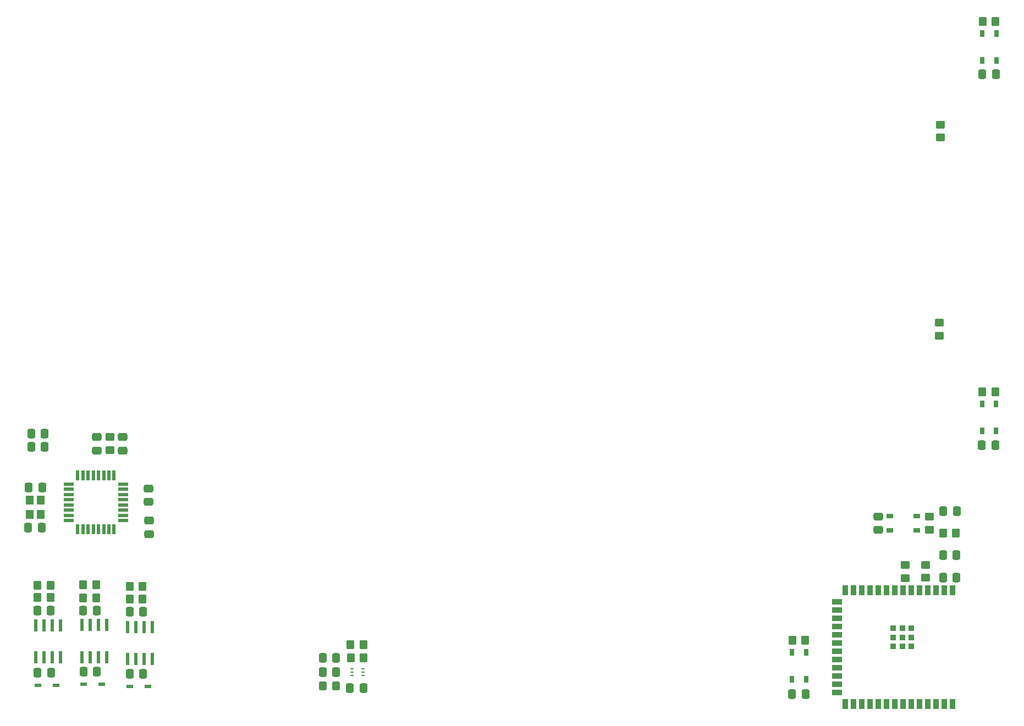
<source format=gbr>
%TF.GenerationSoftware,KiCad,Pcbnew,9.0.6*%
%TF.CreationDate,2025-12-17T16:52:13-05:00*%
%TF.ProjectId,HMS,484d532e-6b69-4636-9164-5f7063625858,rev?*%
%TF.SameCoordinates,Original*%
%TF.FileFunction,Paste,Top*%
%TF.FilePolarity,Positive*%
%FSLAX46Y46*%
G04 Gerber Fmt 4.6, Leading zero omitted, Abs format (unit mm)*
G04 Created by KiCad (PCBNEW 9.0.6) date 2025-12-17 16:52:13*
%MOMM*%
%LPD*%
G01*
G04 APERTURE LIST*
G04 Aperture macros list*
%AMRoundRect*
0 Rectangle with rounded corners*
0 $1 Rounding radius*
0 $2 $3 $4 $5 $6 $7 $8 $9 X,Y pos of 4 corners*
0 Add a 4 corners polygon primitive as box body*
4,1,4,$2,$3,$4,$5,$6,$7,$8,$9,$2,$3,0*
0 Add four circle primitives for the rounded corners*
1,1,$1+$1,$2,$3*
1,1,$1+$1,$4,$5*
1,1,$1+$1,$6,$7*
1,1,$1+$1,$8,$9*
0 Add four rect primitives between the rounded corners*
20,1,$1+$1,$2,$3,$4,$5,0*
20,1,$1+$1,$4,$5,$6,$7,0*
20,1,$1+$1,$6,$7,$8,$9,0*
20,1,$1+$1,$8,$9,$2,$3,0*%
G04 Aperture macros list end*
%ADD10RoundRect,0.250000X0.350000X0.450000X-0.350000X0.450000X-0.350000X-0.450000X0.350000X-0.450000X0*%
%ADD11RoundRect,0.250000X-0.337500X-0.475000X0.337500X-0.475000X0.337500X0.475000X-0.337500X0.475000X0*%
%ADD12RoundRect,0.250000X0.337500X0.475000X-0.337500X0.475000X-0.337500X-0.475000X0.337500X-0.475000X0*%
%ADD13RoundRect,0.250000X0.475000X-0.337500X0.475000X0.337500X-0.475000X0.337500X-0.475000X-0.337500X0*%
%ADD14R,0.650000X1.050000*%
%ADD15R,0.558800X1.981200*%
%ADD16RoundRect,0.250000X-0.350000X-0.450000X0.350000X-0.450000X0.350000X0.450000X-0.350000X0.450000X0*%
%ADD17RoundRect,0.250000X0.450000X-0.350000X0.450000X0.350000X-0.450000X0.350000X-0.450000X-0.350000X0*%
%ADD18RoundRect,0.250000X-0.450000X0.350000X-0.450000X-0.350000X0.450000X-0.350000X0.450000X0.350000X0*%
%ADD19RoundRect,0.250000X-0.475000X0.337500X-0.475000X-0.337500X0.475000X-0.337500X0.475000X0.337500X0*%
%ADD20R,1.050000X0.600000*%
%ADD21R,1.050000X0.650000*%
%ADD22R,1.200000X1.400000*%
%ADD23R,0.609600X0.254000*%
%ADD24RoundRect,0.068750X-0.666250X-0.206250X0.666250X-0.206250X0.666250X0.206250X-0.666250X0.206250X0*%
%ADD25RoundRect,0.068750X-0.206250X-0.666250X0.206250X-0.666250X0.206250X0.666250X-0.206250X0.666250X0*%
%ADD26R,0.900000X0.900000*%
%ADD27R,0.900000X1.500000*%
%ADD28R,1.500000X0.900000*%
%ADD29RoundRect,0.250000X0.325000X0.450000X-0.325000X0.450000X-0.325000X-0.450000X0.325000X-0.450000X0*%
G04 APERTURE END LIST*
D10*
%TO.C,R14*%
X73635400Y-167340900D03*
X71635400Y-167340900D03*
%TD*%
D11*
%TO.C,C5*%
X162821800Y-151485600D03*
X164896800Y-151485600D03*
%TD*%
D12*
%TO.C,C30*%
X25435000Y-160016400D03*
X23360000Y-160016400D03*
%TD*%
%TO.C,C7*%
X141662400Y-172872400D03*
X139587400Y-172872400D03*
%TD*%
D10*
%TO.C,R5*%
X164820600Y-148056600D03*
X162820600Y-148056600D03*
%TD*%
D13*
%TO.C,C27*%
X40550000Y-148225000D03*
X40550000Y-146150000D03*
%TD*%
D10*
%TO.C,R25*%
X32460000Y-156066400D03*
X30460000Y-156066400D03*
%TD*%
D14*
%TO.C,SW5*%
X168895400Y-75283100D03*
X168895400Y-71133100D03*
X171045400Y-75283100D03*
X171045400Y-71133100D03*
%TD*%
D15*
%TO.C,U8*%
X23120000Y-167241400D03*
X24390000Y-167241400D03*
X25660000Y-167241400D03*
X26930000Y-167241400D03*
X26930000Y-162313800D03*
X25660000Y-162313800D03*
X24390000Y-162313800D03*
X23120000Y-162313800D03*
%TD*%
D16*
%TO.C,R24*%
X23410000Y-158041400D03*
X25410000Y-158041400D03*
%TD*%
D14*
%TO.C,SW1*%
X139576400Y-170653400D03*
X139576400Y-166503400D03*
X141726400Y-170653400D03*
X141726400Y-166503400D03*
%TD*%
D13*
%TO.C,C20*%
X40500000Y-143300000D03*
X40500000Y-141225000D03*
%TD*%
D10*
%TO.C,R23*%
X25435000Y-156116400D03*
X23435000Y-156116400D03*
%TD*%
D11*
%TO.C,C11*%
X162821800Y-154914600D03*
X164896800Y-154914600D03*
%TD*%
D17*
%TO.C,R6*%
X160733600Y-147551600D03*
X160733600Y-145551600D03*
%TD*%
%TO.C,R8*%
X162458400Y-87166200D03*
X162458400Y-85166200D03*
%TD*%
D12*
%TO.C,C26*%
X24500000Y-134800000D03*
X22425000Y-134800000D03*
%TD*%
D18*
%TO.C,R10*%
X160172400Y-152965400D03*
X160172400Y-154965400D03*
%TD*%
D17*
%TO.C,R9*%
X162234800Y-117678200D03*
X162234800Y-115678200D03*
%TD*%
D14*
%TO.C,SW6*%
X168812800Y-132331500D03*
X168812800Y-128181500D03*
X170962800Y-132331500D03*
X170962800Y-128181500D03*
%TD*%
D19*
%TO.C,C28*%
X36539800Y-133305600D03*
X36539800Y-135380600D03*
%TD*%
D16*
%TO.C,R27*%
X30460000Y-158066400D03*
X32460000Y-158066400D03*
%TD*%
D20*
%TO.C,D5*%
X26285000Y-171566400D03*
X23485000Y-171566400D03*
%TD*%
D16*
%TO.C,R15*%
X168910000Y-69291200D03*
X170910000Y-69291200D03*
%TD*%
D18*
%TO.C,R11*%
X157022800Y-153016200D03*
X157022800Y-155016200D03*
%TD*%
D12*
%TO.C,C22*%
X39660000Y-160241400D03*
X37585000Y-160241400D03*
%TD*%
%TO.C,C9*%
X73600000Y-171950000D03*
X71525000Y-171950000D03*
%TD*%
D15*
%TO.C,U5*%
X37305000Y-167480200D03*
X38575000Y-167480200D03*
X39845000Y-167480200D03*
X41115000Y-167480200D03*
X41115000Y-162552600D03*
X39845000Y-162552600D03*
X38575000Y-162552600D03*
X37305000Y-162552600D03*
%TD*%
%TO.C,U7*%
X30215000Y-167194000D03*
X31485000Y-167194000D03*
X32755000Y-167194000D03*
X34025000Y-167194000D03*
X34025000Y-162266400D03*
X32755000Y-162266400D03*
X31485000Y-162266400D03*
X30215000Y-162266400D03*
%TD*%
D19*
%TO.C,C19*%
X32568800Y-133292200D03*
X32568800Y-135367200D03*
%TD*%
D21*
%TO.C,SW2*%
X158800000Y-147650000D03*
X154650000Y-147650000D03*
X158800000Y-145500000D03*
X154650000Y-145500000D03*
%TD*%
D11*
%TO.C,C21*%
X37585000Y-169791400D03*
X39660000Y-169791400D03*
%TD*%
D19*
%TO.C,C8*%
X152829400Y-145525400D03*
X152829400Y-147600400D03*
%TD*%
D11*
%TO.C,C4*%
X162847200Y-144729200D03*
X164922200Y-144729200D03*
%TD*%
D16*
%TO.C,R30*%
X37610000Y-158291400D03*
X39610000Y-158291400D03*
%TD*%
D22*
%TO.C,Y1*%
X22231700Y-143048200D03*
X22231700Y-145248200D03*
X23931700Y-145248200D03*
X23931700Y-143048200D03*
%TD*%
D11*
%TO.C,C29*%
X23410000Y-169566400D03*
X25485000Y-169566400D03*
%TD*%
D12*
%TO.C,C18*%
X170850000Y-134550000D03*
X168775000Y-134550000D03*
%TD*%
D11*
%TO.C,C10*%
X67300000Y-169500000D03*
X69375000Y-169500000D03*
%TD*%
D20*
%TO.C,D3*%
X40435000Y-171741400D03*
X37635000Y-171741400D03*
%TD*%
%TO.C,D4*%
X33335000Y-171391400D03*
X30535000Y-171391400D03*
%TD*%
D11*
%TO.C,C14*%
X22050000Y-141050000D03*
X24125000Y-141050000D03*
%TD*%
D12*
%TO.C,C17*%
X170942000Y-77393800D03*
X168867000Y-77393800D03*
%TD*%
D23*
%TO.C,U6*%
X71849700Y-169025301D03*
X71849700Y-169525300D03*
X71849700Y-170025299D03*
X73551500Y-170025299D03*
X73551500Y-169525300D03*
X73551500Y-169025301D03*
%TD*%
D12*
%TO.C,C24*%
X32535000Y-160016400D03*
X30460000Y-160016400D03*
%TD*%
%TO.C,C13*%
X24056600Y-147247600D03*
X21981600Y-147247600D03*
%TD*%
D17*
%TO.C,R21*%
X34550000Y-135300000D03*
X34550000Y-133300000D03*
%TD*%
D24*
%TO.C,U4*%
X28230000Y-140550000D03*
X28230000Y-141350000D03*
X28230000Y-142150000D03*
X28230000Y-142950000D03*
X28230000Y-143750000D03*
X28230000Y-144550000D03*
X28230000Y-145350000D03*
X28230000Y-146150000D03*
D25*
X29600000Y-147520000D03*
X30400000Y-147520000D03*
X31200000Y-147520000D03*
X32000000Y-147520000D03*
X32800000Y-147520000D03*
X33600000Y-147520000D03*
X34400000Y-147520000D03*
X35200000Y-147520000D03*
D24*
X36570000Y-146150000D03*
X36570000Y-145350000D03*
X36570000Y-144550000D03*
X36570000Y-143750000D03*
X36570000Y-142950000D03*
X36570000Y-142150000D03*
X36570000Y-141350000D03*
X36570000Y-140550000D03*
D25*
X35200000Y-139180000D03*
X34400000Y-139180000D03*
X33600000Y-139180000D03*
X32800000Y-139180000D03*
X32000000Y-139180000D03*
X31200000Y-139180000D03*
X30400000Y-139180000D03*
X29600000Y-139180000D03*
%TD*%
D16*
%TO.C,R16*%
X168859200Y-126365000D03*
X170859200Y-126365000D03*
%TD*%
D10*
%TO.C,R28*%
X39585000Y-156341400D03*
X37585000Y-156341400D03*
%TD*%
D26*
%TO.C,U3*%
X157962600Y-162749000D03*
X156562600Y-162749000D03*
X155162600Y-162749000D03*
X157962600Y-164149000D03*
X156562600Y-164149000D03*
X155162600Y-164149000D03*
X157962600Y-165549000D03*
X156562600Y-165549000D03*
X155162600Y-165549000D03*
D27*
X164282600Y-156899000D03*
X163012600Y-156899000D03*
X161742600Y-156899000D03*
X160472600Y-156899000D03*
X159202600Y-156899000D03*
X157932600Y-156899000D03*
X156662600Y-156899000D03*
X155392600Y-156899000D03*
X154122600Y-156899000D03*
X152852600Y-156899000D03*
X151582600Y-156899000D03*
X150312600Y-156899000D03*
X149042600Y-156899000D03*
X147772600Y-156899000D03*
D28*
X146522600Y-158664000D03*
X146522600Y-159934000D03*
X146522600Y-161204000D03*
X146522600Y-162474000D03*
X146522600Y-163744000D03*
X146522600Y-165014000D03*
X146522600Y-166284000D03*
X146522600Y-167554000D03*
X146522600Y-168824000D03*
X146522600Y-170094000D03*
X146522600Y-171364000D03*
X146522600Y-172634000D03*
D27*
X147772600Y-174399000D03*
X149042600Y-174399000D03*
X150312600Y-174399000D03*
X151582600Y-174399000D03*
X152852600Y-174399000D03*
X154122600Y-174399000D03*
X155392600Y-174399000D03*
X156662600Y-174399000D03*
X157932600Y-174399000D03*
X159202600Y-174399000D03*
X160472600Y-174399000D03*
X161742600Y-174399000D03*
X163012600Y-174399000D03*
X164282600Y-174399000D03*
%TD*%
D12*
%TO.C,C25*%
X24500000Y-132800000D03*
X22425000Y-132800000D03*
%TD*%
D11*
%TO.C,C23*%
X30485000Y-169466400D03*
X32560000Y-169466400D03*
%TD*%
D12*
%TO.C,C6*%
X69375000Y-167350000D03*
X67300000Y-167350000D03*
%TD*%
D16*
%TO.C,R13*%
X71600000Y-165300000D03*
X73600000Y-165300000D03*
%TD*%
D29*
%TO.C,L1*%
X69400000Y-171650000D03*
X67350000Y-171650000D03*
%TD*%
D16*
%TO.C,R7*%
X139630400Y-164642800D03*
X141630400Y-164642800D03*
%TD*%
M02*

</source>
